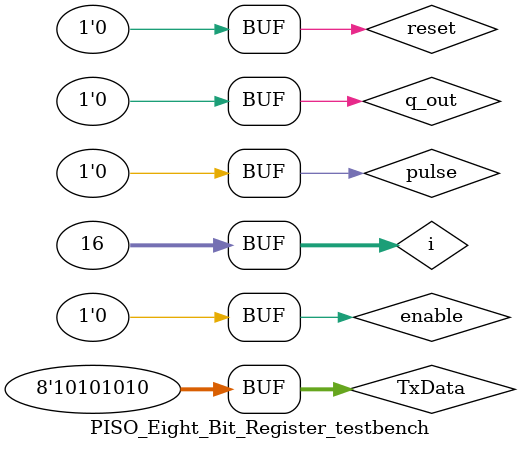
<source format=sv>

module PISO_Eight_Bit_Register(enable, TxData, pulse, reset, q_out);

	input logic [7:0] TxData; //TxData
	input pulse, reset, enable;
	logic [9:0] mux_in, D;
	output logic q_out = 1;
	
	localparam START_BIT = 1'b0,
				STOP_BIT = 1'b1;
	
	//module Mux_2_to_1(select, in1, in2, out);
	Mux_2_to_1 Mux0(enable, 1'b0, STOP_BIT, D[9]);
	//module D_flip_flop(enable, pulse, reset, q);
	D_flip_flop D0(D[9], pulse, reset, mux_in[0]);
	
	Mux_2_to_1 Mux1(enable, mux_in[0], TxData[7], D[8]);
	D_flip_flop D1(D[8], pulse, reset, mux_in[1]);
	
	Mux_2_to_1 Mux2(enable, mux_in[1], TxData[6], D[7]);
	D_flip_flop D2(D[7], pulse, reset, mux_in[2]);
	
	Mux_2_to_1 Mux3(enable, mux_in[2], TxData[5], D[6]);
	D_flip_flop D3(D[6], pulse, reset, mux_in[3]);
	
	Mux_2_to_1 Mux4(enable, mux_in[3], TxData[4], D[5]);
	D_flip_flop D4(D[5], pulse, reset, mux_in[4]);
	
	Mux_2_to_1 Mux5(enable, mux_in[4], TxData[3], D[4]);
	D_flip_flop D5(D[4], pulse, reset, mux_in[5]);
	
	Mux_2_to_1 Mux6(enable, mux_in[5], TxData[2], D[3]);
	D_flip_flop D6(D[3], pulse, reset, mux_in[6]);
	
	Mux_2_to_1 Mux7(enable, mux_in[6], TxData[1], D[2]);
	D_flip_flop D7(D[2], pulse, reset, mux_in[7]);
	
	Mux_2_to_1 Mux8(enable, mux_in[7], TxData[0], D[1]);
	D_flip_flop D8(D[1], pulse, reset, mux_in[8]);
	
	Mux_2_to_1 Mux9(enable, mux_in[8], START_BIT, D[0]);
	D_flip_flop D9(D[0], pulse, reset, q_out);
	

endmodule

module PISO_Eight_Bit_Register_testbench;

	logic [7:0] TxData;
	logic enable, pulse, reset;
	logic q_out = 0;
	
	integer i = 0;
	PISO_Eight_Bit_Register DUT(enable, TxData, pulse, reset, q_out);
	initial begin
	
		TxData = 8'b10101010;
		
		reset = 0;
			pulse = 1;
			#10;
			pulse = 0;
			#10;
			reset = 1;
		enable = 1;
	
			//pulse = 1;
			//#10;
			//pulse = 0;
			//#10;
			pulse = 1;
			#10;
			pulse = 0;
			#10;
			enable = 0;

		for (i = 0; i < 16; i++) begin
			pulse = 1;
			#10;
			pulse = 0;
			#10;
		end
		
		reset = 0;
		
		enable = 1;
	
			//pulse = 1;
			//#10;
			//pulse = 0;
			//#10;
			pulse = 1;
			#10;
			pulse = 0;
			#10;
			enable = 0;

		for (i = 0; i < 16; i++) begin
			pulse = 1;
			#10;
			pulse = 0;
			#10;
		end
		
	
	
	end
	
endmodule	
</source>
